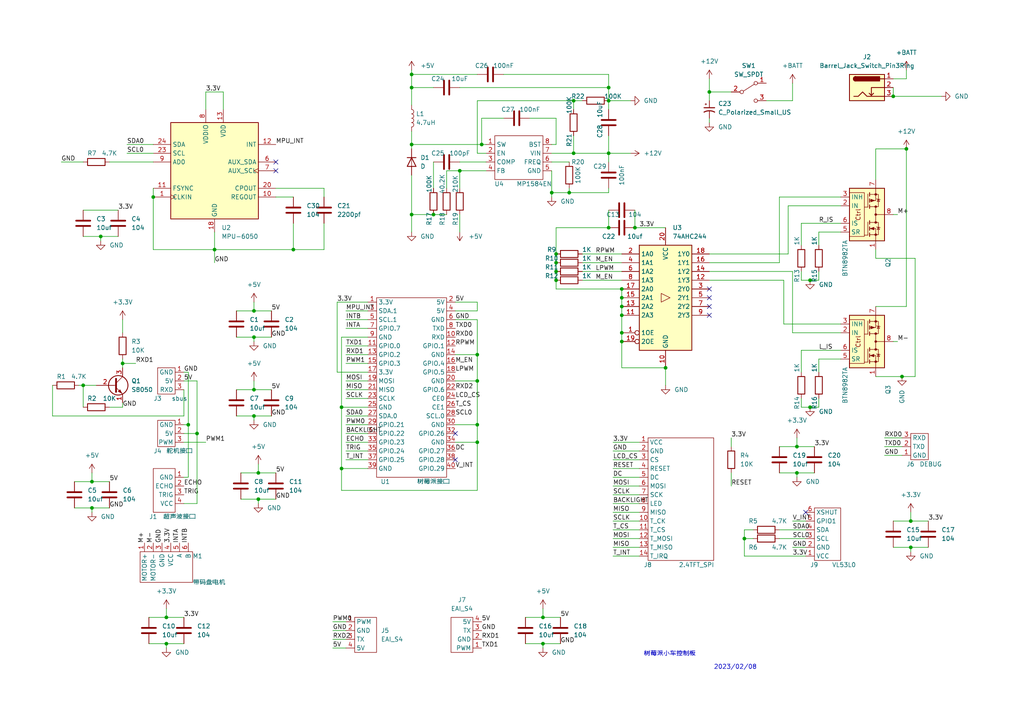
<source format=kicad_sch>
(kicad_sch (version 20211123) (generator eeschema)
  (paper "A4")
  (junction (at 119.38 62.23))
  (junction (at 234.95 118.11))
  (junction (at 85.09 72.39))
  (junction (at 161.29 76.2))
  (junction (at 176.53 44.45))
  (junction (at 26.67 147.32))
  (junction (at 264.16 151.13))
  (junction (at 166.37 29.21))
  (junction (at 133.35 49.53))
  (junction (at 73.66 90.17))
  (junction (at 205.74 26.67))
  (junction (at 180.34 88.9))
  (junction (at 180.34 91.44))
  (junction (at 231.14 137.16))
  (junction (at 119.38 21.59))
  (junction (at 161.29 73.66))
  (junction (at 99.06 118.11))
  (junction (at 73.66 113.03))
  (junction (at 180.34 96.52))
  (junction (at 261.62 109.22))
  (junction (at 180.34 86.36))
  (junction (at 29.21 68.58))
  (junction (at 193.04 106.68))
  (junction (at 176.53 66.04))
  (junction (at 180.34 99.06))
  (junction (at 74.93 137.16))
  (junction (at 48.26 179.07))
  (junction (at 74.93 144.78))
  (junction (at 166.37 44.45))
  (junction (at 157.48 186.69))
  (junction (at 180.34 83.82))
  (junction (at 157.48 179.07))
  (junction (at 165.1 55.88))
  (junction (at 139.7 41.91))
  (junction (at 184.15 66.04))
  (junction (at 73.66 97.79))
  (junction (at 73.66 120.65))
  (junction (at 99.06 135.89))
  (junction (at 35.56 105.41))
  (junction (at 160.02 55.88))
  (junction (at 24.13 111.76))
  (junction (at 215.9 156.21))
  (junction (at 234.95 81.28))
  (junction (at 119.38 41.91))
  (junction (at 259.08 27.94))
  (junction (at 125.73 62.23))
  (junction (at 119.38 25.4))
  (junction (at 138.43 110.49))
  (junction (at 44.45 57.15))
  (junction (at 138.43 123.19))
  (junction (at 48.26 186.69))
  (junction (at 264.16 158.75))
  (junction (at 262.89 43.18))
  (junction (at 138.43 128.27))
  (junction (at 62.23 72.39))
  (junction (at 231.14 129.54))
  (junction (at 57.15 125.73))
  (junction (at 161.29 78.74))
  (junction (at 176.53 25.4))
  (junction (at 161.29 81.28))
  (junction (at 54.61 123.19))
  (junction (at 138.43 102.87))
  (junction (at 176.53 29.21))
  (junction (at 26.67 139.7))
  (no_connect (at 205.74 91.44))
  (no_connect (at 132.08 133.35))
  (no_connect (at 80.01 46.99))
  (no_connect (at 233.68 148.59))
  (no_connect (at 80.01 49.53))
  (no_connect (at 205.74 88.9))
  (no_connect (at 205.74 86.36))
  (no_connect (at 132.08 125.73))
  (no_connect (at 205.74 83.82))
  (wire (pts (xy 231.14 127) (xy 231.14 129.54)))
  (wire (pts (xy 26.67 139.7) (xy 31.75 139.7)))
  (wire (pts (xy 160.02 57.15) (xy 160.02 55.88)))
  (wire (pts (xy 21.59 139.7) (xy 26.67 139.7)))
  (wire (pts (xy 57.15 146.05) (xy 57.15 125.73)))
  (wire (pts (xy 180.34 83.82) (xy 161.29 83.82)))
  (wire (pts (xy 44.45 72.39) (xy 62.23 72.39)))
  (wire (pts (xy 259.08 158.75) (xy 264.16 158.75)))
  (wire (pts (xy 119.38 41.91) (xy 139.7 41.91)))
  (wire (pts (xy 160.02 55.88) (xy 160.02 49.53)))
  (wire (pts (xy 234.95 81.28) (xy 237.49 81.28)))
  (wire (pts (xy 133.35 46.99) (xy 140.97 46.99)))
  (wire (pts (xy 68.58 113.03) (xy 73.66 113.03)))
  (wire (pts (xy 138.43 110.49) (xy 138.43 123.19)))
  (wire (pts (xy 166.37 29.21) (xy 168.91 29.21)))
  (wire (pts (xy 176.53 31.75) (xy 176.53 29.21)))
  (wire (pts (xy 93.98 64.77) (xy 93.98 72.39)))
  (wire (pts (xy 176.53 25.4) (xy 176.53 29.21)))
  (wire (pts (xy 177.8 140.97) (xy 185.42 140.97)))
  (wire (pts (xy 80.01 57.15) (xy 85.09 57.15)))
  (wire (pts (xy 161.29 78.74) (xy 161.29 81.28)))
  (wire (pts (xy 256.54 129.54) (xy 261.62 129.54)))
  (wire (pts (xy 53.34 110.49) (xy 57.15 110.49)))
  (wire (pts (xy 205.74 73.66) (xy 228.6 73.66)))
  (wire (pts (xy 31.75 46.99) (xy 44.45 46.99)))
  (wire (pts (xy 31.75 118.11) (xy 35.56 118.11)))
  (wire (pts (xy 176.53 54.61) (xy 176.53 55.88)))
  (wire (pts (xy 232.41 101.6) (xy 232.41 107.95)))
  (wire (pts (xy 234.95 118.11) (xy 237.49 118.11)))
  (wire (pts (xy 177.8 138.43) (xy 185.42 138.43)))
  (wire (pts (xy 17.78 46.99) (xy 24.13 46.99)))
  (wire (pts (xy 138.43 142.24) (xy 138.43 128.27)))
  (wire (pts (xy 74.93 144.78) (xy 80.01 144.78)))
  (wire (pts (xy 215.9 156.21) (xy 218.44 156.21)))
  (wire (pts (xy 96.52 180.34) (xy 100.33 180.34)))
  (wire (pts (xy 226.06 153.67) (xy 233.68 153.67)))
  (wire (pts (xy 138.43 29.21) (xy 138.43 44.45)))
  (wire (pts (xy 59.69 26.67) (xy 64.77 26.67)))
  (wire (pts (xy 54.61 123.19) (xy 54.61 107.95)))
  (wire (pts (xy 222.25 29.21) (xy 229.87 29.21)))
  (wire (pts (xy 226.06 57.15) (xy 226.06 76.2)))
  (wire (pts (xy 68.58 90.17) (xy 73.66 90.17)))
  (wire (pts (xy 69.85 144.78) (xy 74.93 144.78)))
  (wire (pts (xy 68.58 97.79) (xy 73.66 97.79)))
  (wire (pts (xy 73.66 121.92) (xy 73.66 120.65)))
  (wire (pts (xy 24.13 111.76) (xy 27.94 111.76)))
  (wire (pts (xy 99.06 118.11) (xy 99.06 97.79)))
  (wire (pts (xy 262.89 88.9) (xy 254 88.9)))
  (wire (pts (xy 176.53 46.99) (xy 176.53 44.45)))
  (wire (pts (xy 100.33 105.41) (xy 106.68 105.41)))
  (wire (pts (xy 85.09 64.77) (xy 85.09 72.39)))
  (wire (pts (xy 157.48 179.07) (xy 162.56 179.07)))
  (wire (pts (xy 232.41 101.6) (xy 243.84 101.6)))
  (wire (pts (xy 177.8 133.35) (xy 185.42 133.35)))
  (wire (pts (xy 57.15 125.73) (xy 57.15 110.49)))
  (wire (pts (xy 43.18 179.07) (xy 48.26 179.07)))
  (wire (pts (xy 231.14 129.54) (xy 236.22 129.54)))
  (wire (pts (xy 243.84 96.52) (xy 229.87 96.52)))
  (wire (pts (xy 184.15 60.96) (xy 184.15 66.04)))
  (wire (pts (xy 119.38 67.31) (xy 119.38 62.23)))
  (wire (pts (xy 152.4 179.07) (xy 157.48 179.07)))
  (wire (pts (xy 100.33 113.03) (xy 106.68 113.03)))
  (wire (pts (xy 100.33 100.33) (xy 106.68 100.33)))
  (wire (pts (xy 100.33 102.87) (xy 106.68 102.87)))
  (wire (pts (xy 26.67 137.16) (xy 26.67 139.7)))
  (wire (pts (xy 140.97 49.53) (xy 133.35 49.53)))
  (wire (pts (xy 229.87 151.13) (xy 233.68 151.13)))
  (wire (pts (xy 24.13 68.58) (xy 29.21 68.58)))
  (wire (pts (xy 24.13 111.76) (xy 24.13 118.11)))
  (wire (pts (xy 227.33 93.98) (xy 227.33 81.28)))
  (wire (pts (xy 100.33 95.25) (xy 106.68 95.25)))
  (wire (pts (xy 259.08 151.13) (xy 264.16 151.13)))
  (wire (pts (xy 205.74 22.86) (xy 205.74 26.67)))
  (wire (pts (xy 177.8 128.27) (xy 185.42 128.27)))
  (wire (pts (xy 226.06 137.16) (xy 231.14 137.16)))
  (wire (pts (xy 254 43.18) (xy 262.89 43.18)))
  (wire (pts (xy 96.52 182.88) (xy 100.33 182.88)))
  (wire (pts (xy 36.83 44.45) (xy 44.45 44.45)))
  (wire (pts (xy 35.56 92.71) (xy 35.56 96.52)))
  (wire (pts (xy 62.23 67.31) (xy 62.23 72.39)))
  (wire (pts (xy 44.45 57.15) (xy 44.45 72.39)))
  (wire (pts (xy 140.97 44.45) (xy 138.43 44.45)))
  (wire (pts (xy 160.02 46.99) (xy 165.1 46.99)))
  (wire (pts (xy 100.33 128.27) (xy 106.68 128.27)))
  (wire (pts (xy 59.69 128.27) (xy 53.34 128.27)))
  (wire (pts (xy 176.53 29.21) (xy 182.88 29.21)))
  (wire (pts (xy 29.21 68.58) (xy 34.29 68.58)))
  (wire (pts (xy 69.85 137.16) (xy 74.93 137.16)))
  (wire (pts (xy 53.34 123.19) (xy 54.61 123.19)))
  (wire (pts (xy 218.44 153.67) (xy 215.9 153.67)))
  (wire (pts (xy 139.7 41.91) (xy 140.97 41.91)))
  (wire (pts (xy 232.41 118.11) (xy 234.95 118.11)))
  (wire (pts (xy 93.98 54.61) (xy 93.98 57.15)))
  (wire (pts (xy 176.53 55.88) (xy 165.1 55.88)))
  (wire (pts (xy 166.37 44.45) (xy 176.53 44.45)))
  (wire (pts (xy 35.56 104.14) (xy 35.56 105.41)))
  (wire (pts (xy 54.61 123.19) (xy 54.61 138.43)))
  (wire (pts (xy 177.8 153.67) (xy 185.42 153.67)))
  (wire (pts (xy 265.43 109.22) (xy 261.62 109.22)))
  (wire (pts (xy 119.38 50.8) (xy 119.38 62.23)))
  (wire (pts (xy 68.58 120.65) (xy 73.66 120.65)))
  (wire (pts (xy 74.93 146.05) (xy 74.93 144.78)))
  (wire (pts (xy 254 52.07) (xy 254 43.18)))
  (wire (pts (xy 243.84 57.15) (xy 226.06 57.15)))
  (wire (pts (xy 229.87 78.74) (xy 205.74 78.74)))
  (wire (pts (xy 193.04 106.68) (xy 180.34 106.68)))
  (wire (pts (xy 99.06 135.89) (xy 99.06 118.11)))
  (wire (pts (xy 138.43 102.87) (xy 138.43 110.49)))
  (wire (pts (xy 53.34 113.03) (xy 53.34 120.65)))
  (wire (pts (xy 231.14 138.43) (xy 231.14 137.16)))
  (wire (pts (xy 29.21 69.85) (xy 29.21 68.58)))
  (wire (pts (xy 35.56 116.84) (xy 35.56 118.11)))
  (wire (pts (xy 96.52 185.42) (xy 100.33 185.42)))
  (wire (pts (xy 176.53 21.59) (xy 176.53 25.4)))
  (wire (pts (xy 132.08 102.87) (xy 138.43 102.87)))
  (wire (pts (xy 129.54 49.53) (xy 129.54 54.61)))
  (wire (pts (xy 215.9 161.29) (xy 233.68 161.29)))
  (wire (pts (xy 133.35 49.53) (xy 133.35 54.61)))
  (wire (pts (xy 62.23 76.2) (xy 62.23 72.39)))
  (wire (pts (xy 264.16 158.75) (xy 269.24 158.75)))
  (wire (pts (xy 229.87 158.75) (xy 233.68 158.75)))
  (wire (pts (xy 99.06 135.89) (xy 99.06 142.24)))
  (wire (pts (xy 26.67 148.59) (xy 26.67 147.32)))
  (wire (pts (xy 262.89 20.32) (xy 262.89 22.86)))
  (wire (pts (xy 48.26 179.07) (xy 53.34 179.07)))
  (wire (pts (xy 229.87 29.21) (xy 229.87 24.13)))
  (wire (pts (xy 265.43 74.93) (xy 265.43 109.22)))
  (wire (pts (xy 138.43 123.19) (xy 138.43 128.27)))
  (wire (pts (xy 132.08 110.49) (xy 138.43 110.49)))
  (wire (pts (xy 129.54 62.23) (xy 125.73 62.23)))
  (wire (pts (xy 243.84 64.77) (xy 232.41 64.77)))
  (wire (pts (xy 243.84 67.31) (xy 237.49 67.31)))
  (wire (pts (xy 73.66 99.06) (xy 73.66 97.79)))
  (wire (pts (xy 177.8 161.29) (xy 185.42 161.29)))
  (wire (pts (xy 261.62 109.22) (xy 254 109.22)))
  (wire (pts (xy 53.34 138.43) (xy 54.61 138.43)))
  (wire (pts (xy 176.53 66.04) (xy 161.29 66.04)))
  (wire (pts (xy 85.09 72.39) (xy 93.98 72.39)))
  (wire (pts (xy 152.4 186.69) (xy 157.48 186.69)))
  (wire (pts (xy 119.38 62.23) (xy 125.73 62.23)))
  (wire (pts (xy 53.34 107.95) (xy 54.61 107.95)))
  (wire (pts (xy 176.53 60.96) (xy 176.53 66.04)))
  (wire (pts (xy 215.9 161.29) (xy 215.9 156.21)))
  (wire (pts (xy 43.18 186.69) (xy 48.26 186.69)))
  (wire (pts (xy 254 74.93) (xy 265.43 74.93)))
  (wire (pts (xy 48.26 186.69) (xy 53.34 186.69)))
  (wire (pts (xy 180.34 96.52) (xy 180.34 99.06)))
  (wire (pts (xy 168.91 81.28) (xy 180.34 81.28)))
  (wire (pts (xy 180.34 83.82) (xy 180.34 86.36)))
  (wire (pts (xy 100.33 120.65) (xy 106.68 120.65)))
  (wire (pts (xy 232.41 115.57) (xy 232.41 118.11)))
  (wire (pts (xy 205.74 26.67) (xy 212.09 26.67)))
  (wire (pts (xy 48.26 176.53) (xy 48.26 179.07)))
  (wire (pts (xy 161.29 34.29) (xy 161.29 41.91)))
  (wire (pts (xy 212.09 140.97) (xy 212.09 137.16)))
  (wire (pts (xy 205.74 35.56) (xy 205.74 34.29)))
  (wire (pts (xy 256.54 132.08) (xy 261.62 132.08)))
  (wire (pts (xy 80.01 54.61) (xy 93.98 54.61)))
  (wire (pts (xy 53.34 125.73) (xy 57.15 125.73)))
  (wire (pts (xy 15.24 120.65) (xy 53.34 120.65)))
  (wire (pts (xy 205.74 29.21) (xy 205.74 26.67)))
  (wire (pts (xy 259.08 62.23) (xy 260.35 62.23)))
  (wire (pts (xy 157.48 176.53) (xy 157.48 179.07)))
  (wire (pts (xy 237.49 118.11) (xy 237.49 115.57)))
  (wire (pts (xy 100.33 115.57) (xy 106.68 115.57)))
  (wire (pts (xy 138.43 92.71) (xy 138.43 102.87)))
  (wire (pts (xy 100.33 123.19) (xy 106.68 123.19)))
  (wire (pts (xy 212.09 127) (xy 212.09 129.54)))
  (wire (pts (xy 180.34 106.68) (xy 180.34 99.06)))
  (wire (pts (xy 243.84 59.69) (xy 228.6 59.69)))
  (wire (pts (xy 259.08 25.4) (xy 259.08 27.94)))
  (wire (pts (xy 106.68 97.79) (xy 99.06 97.79)))
  (wire (pts (xy 106.68 133.35) (xy 100.33 133.35)))
  (wire (pts (xy 138.43 29.21) (xy 166.37 29.21)))
  (wire (pts (xy 99.06 118.11) (xy 106.68 118.11)))
  (wire (pts (xy 226.06 129.54) (xy 231.14 129.54)))
  (wire (pts (xy 119.38 41.91) (xy 119.38 43.18)))
  (wire (pts (xy 177.8 146.05) (xy 185.42 146.05)))
  (wire (pts (xy 138.43 128.27) (xy 132.08 128.27)))
  (wire (pts (xy 180.34 91.44) (xy 180.34 96.52)))
  (wire (pts (xy 100.33 92.71) (xy 106.68 92.71)))
  (wire (pts (xy 177.8 151.13) (xy 185.42 151.13)))
  (wire (pts (xy 168.91 76.2) (xy 180.34 76.2)))
  (wire (pts (xy 119.38 25.4) (xy 125.73 25.4)))
  (wire (pts (xy 176.53 39.37) (xy 176.53 44.45)))
  (wire (pts (xy 100.33 90.17) (xy 106.68 90.17)))
  (wire (pts (xy 157.48 187.96) (xy 157.48 186.69)))
  (wire (pts (xy 133.35 49.53) (xy 129.54 49.53)))
  (wire (pts (xy 243.84 93.98) (xy 227.33 93.98)))
  (wire (pts (xy 44.45 54.61) (xy 44.45 57.15)))
  (wire (pts (xy 132.08 90.17) (xy 138.43 90.17)))
  (wire (pts (xy 53.34 146.05) (xy 57.15 146.05)))
  (wire (pts (xy 73.66 113.03) (xy 78.74 113.03)))
  (wire (pts (xy 100.33 110.49) (xy 106.68 110.49)))
  (wire (pts (xy 73.66 90.17) (xy 78.74 90.17)))
  (wire (pts (xy 139.7 34.29) (xy 139.7 41.91)))
  (wire (pts (xy 177.8 135.89) (xy 185.42 135.89)))
  (wire (pts (xy 166.37 31.75) (xy 166.37 29.21)))
  (wire (pts (xy 133.35 25.4) (xy 176.53 25.4)))
  (wire (pts (xy 59.69 26.67) (xy 59.69 31.75)))
  (wire (pts (xy 73.66 120.65) (xy 78.74 120.65)))
  (wire (pts (xy 254 72.39) (xy 254 74.93)))
  (wire (pts (xy 160.02 44.45) (xy 166.37 44.45)))
  (wire (pts (xy 146.05 34.29) (xy 139.7 34.29)))
  (wire (pts (xy 64.77 26.67) (xy 64.77 31.75)))
  (wire (pts (xy 161.29 83.82) (xy 161.29 81.28)))
  (wire (pts (xy 226.06 76.2) (xy 205.74 76.2)))
  (wire (pts (xy 264.16 151.13) (xy 269.24 151.13)))
  (wire (pts (xy 165.1 55.88) (xy 160.02 55.88)))
  (wire (pts (xy 62.23 72.39) (xy 85.09 72.39)))
  (wire (pts (xy 73.66 110.49) (xy 73.66 113.03)))
  (wire (pts (xy 35.56 105.41) (xy 35.56 106.68)))
  (wire (pts (xy 161.29 66.04) (xy 161.29 73.66)))
  (wire (pts (xy 260.35 99.06) (xy 259.08 99.06)))
  (wire (pts (xy 73.66 97.79) (xy 78.74 97.79)))
  (wire (pts (xy 193.04 111.76) (xy 193.04 106.68)))
  (wire (pts (xy 232.41 81.28) (xy 234.95 81.28)))
  (wire (pts (xy 119.38 21.59) (xy 138.43 21.59)))
  (wire (pts (xy 119.38 25.4) (xy 119.38 30.48)))
  (wire (pts (xy 153.67 34.29) (xy 161.29 34.29)))
  (wire (pts (xy 177.8 143.51) (xy 185.42 143.51)))
  (wire (pts (xy 97.79 107.95) (xy 97.79 87.63)))
  (wire (pts (xy 106.68 130.81) (xy 100.33 130.81)))
  (wire (pts (xy 74.93 137.16) (xy 80.01 137.16)))
  (wire (pts (xy 165.1 54.61) (xy 165.1 55.88)))
  (wire (pts (xy 184.15 66.04) (xy 193.04 66.04)))
  (wire (pts (xy 133.35 62.23) (xy 133.35 67.31)))
  (wire (pts (xy 138.43 87.63) (xy 132.08 87.63)))
  (wire (pts (xy 215.9 153.67) (xy 215.9 156.21)))
  (wire (pts (xy 161.29 76.2) (xy 161.29 78.74)))
  (wire (pts (xy 21.59 147.32) (xy 26.67 147.32)))
  (wire (pts (xy 146.05 21.59) (xy 176.53 21.59)))
  (wire (pts (xy 168.91 73.66) (xy 180.34 73.66)))
  (wire (pts (xy 227.33 81.28) (xy 205.74 81.28)))
  (wire (pts (xy 177.8 156.21) (xy 185.42 156.21)))
  (wire (pts (xy 237.49 81.28) (xy 237.49 78.74)))
  (wire (pts (xy 166.37 44.45) (xy 166.37 39.37)))
  (wire (pts (xy 100.33 125.73) (xy 106.68 125.73)))
  (wire (pts (xy 132.08 92.71) (xy 138.43 92.71)))
  (wire (pts (xy 226.06 156.21) (xy 233.68 156.21)))
  (wire (pts (xy 26.67 147.32) (xy 31.75 147.32)))
  (wire (pts (xy 119.38 21.59) (xy 119.38 25.4)))
  (wire (pts (xy 168.91 78.74) (xy 180.34 78.74)))
  (wire (pts (xy 99.06 135.89) (xy 106.68 135.89)))
  (wire (pts (xy 232.41 78.74) (xy 232.41 81.28)))
  (wire (pts (xy 228.6 59.69) (xy 228.6 73.66)))
  (wire (pts (xy 237.49 104.14) (xy 237.49 107.95)))
  (wire (pts (xy 15.24 120.65) (xy 15.24 111.76)))
  (wire (pts (xy 35.56 105.41) (xy 39.37 105.41)))
  (wire (pts (xy 99.06 142.24) (xy 138.43 142.24)))
  (wire (pts (xy 264.16 160.02) (xy 264.16 158.75)))
  (wire (pts (xy 259.08 22.86) (xy 262.89 22.86)))
  (wire (pts (xy 264.16 148.59) (xy 264.16 151.13)))
  (wire (pts (xy 36.83 41.91) (xy 44.45 41.91)))
  (wire (pts (xy 256.54 127) (xy 261.62 127)))
  (wire (pts (xy 237.49 67.31) (xy 237.49 71.12)))
  (wire (pts (xy 96.52 187.96) (xy 100.33 187.96)))
  (wire (pts (xy 157.48 186.69) (xy 162.56 186.69)))
  (wire (pts (xy 119.38 20.32) (xy 119.38 21.59)))
  (wire (pts (xy 177.8 158.75) (xy 185.42 158.75)))
  (wire (pts (xy 74.93 134.62) (xy 74.93 137.16)))
  (wire (pts (xy 180.34 88.9) (xy 180.34 91.44)))
  (wire (pts (xy 237.49 104.14) (xy 243.84 104.14)))
  (wire (pts (xy 119.38 38.1) (xy 119.38 41.91)))
  (wire (pts (xy 231.14 137.16) (xy 236.22 137.16)))
  (wire (pts (xy 125.73 46.99) (xy 125.73 54.61)))
  (wire (pts (xy 229.87 96.52) (xy 229.87 78.74)))
  (wire (pts (xy 97.79 87.63) (xy 106.68 87.63)))
  (wire (pts (xy 180.34 86.36) (xy 180.34 88.9)))
  (wire (pts (xy 262.89 43.18) (xy 262.89 88.9)))
  (wire (pts (xy 22.86 111.76) (xy 24.13 111.76)))
  (wire (pts (xy 232.41 64.77) (xy 232.41 71.12)))
  (wire (pts (xy 161.29 73.66) (xy 161.29 76.2)))
  (wire (pts (xy 106.68 107.95) (xy 97.79 107.95)))
  (wire (pts (xy 24.13 60.96) (xy 34.29 60.96)))
  (wire (pts (xy 48.26 187.96) (xy 48.26 186.69)))
  (wire (pts (xy 177.8 130.81) (xy 185.42 130.81)))
  (wire (pts (xy 177.8 148.59) (xy 185.42 148.59)))
  (wire (pts (xy 182.88 44.45) (xy 176.53 44.45)))
  (wire (pts (xy 273.05 27.94) (xy 259.08 27.94)))
  (wire (pts (xy 161.29 41.91) (xy 160.02 41.91)))
  (wire (pts (xy 73.66 87.63) (xy 73.66 90.17)))
  (wire (pts (xy 132.08 123.19) (xy 138.43 123.19)))
  (wire (pts (xy 138.43 90.17) (xy 138.43 87.63)))
  (text "2023/02/08" (at 207.01 194.31 0) (effects (font (size 1.27 1.27)) (justify left bottom)))
  (text "树莓派小车控制板" (at 186.69 190.5 0) (effects (font (size 1.27 1.27)) (justify left bottom)))
  (label "LPWM" (at 132.08 107.95 0))
  (label "T_CS" (at 132.08 118.11 0))
  (label "5V" (at 96.52 187.96 0))
  (label "INTB" (at 54.61 157.48 90))
  (label "M+" (at 41.91 157.48 90))
  (label "GND" (at 62.23 76.2 0))
  (label "GND" (at 17.78 46.99 0))
  (label "GND" (at 162.56 186.69 0))
  (label "DC" (at 177.8 138.43 0))
  (label "SDA0" (at 229.87 153.67 0))
  (label "SCL0" (at 229.87 156.21 0))
  (label "RXD2" (at 96.52 185.42 0))
  (label "M_EN" (at 172.72 76.2 0))
  (label "T_INT" (at 100.33 133.35 0))
  (label "SCL0" (at 36.83 44.45 0))
  (label "TXD0" (at 132.08 95.25 0))
  (label "GND" (at 78.74 97.79 0))
  (label "RPWM" (at 172.72 73.66 0))
  (label "SCLK" (at 177.8 143.51 0))
  (label "GND" (at 78.74 120.65 0))
  (label "INTB" (at 100.33 92.71 0))
  (label "V_INT" (at 132.08 135.89 0))
  (label "GND" (at 229.87 158.75 0))
  (label "MISO" (at 177.8 148.59 0))
  (label "RESET" (at 212.09 140.97 0))
  (label "R_IS" (at 237.49 64.77 0))
  (label "TXD1" (at 100.33 100.33 0))
  (label "3.3V" (at 236.22 129.54 0))
  (label "ECHO" (at 53.34 140.97 0))
  (label "SDA0" (at 36.83 41.91 0))
  (label "RXD1" (at 39.37 105.41 0))
  (label "V_INT" (at 229.87 151.13 0))
  (label "GND" (at 177.8 130.81 0))
  (label "3.3V" (at 97.79 87.63 0))
  (label "M-" (at 44.45 157.48 90))
  (label "5V" (at 80.01 137.16 0))
  (label "T_INT" (at 177.8 161.29 0))
  (label "DC" (at 132.08 130.81 0))
  (label "BACKLIGHT" (at 177.8 146.05 0))
  (label "3.3V" (at 177.8 128.27 0))
  (label "3.3V" (at 34.29 60.96 0))
  (label "5V" (at 132.08 87.63 0))
  (label "M+" (at 260.35 62.23 0))
  (label "5V" (at 162.56 179.07 0))
  (label "T_CS" (at 177.8 153.67 0))
  (label "GND" (at 132.08 92.71 0))
  (label "5V" (at 31.75 139.7 0))
  (label "5V" (at 78.74 113.03 0))
  (label "RXD2" (at 132.08 113.03 0))
  (label "3.3V" (at 53.34 179.07 0))
  (label "SCLK" (at 100.33 115.57 0))
  (label "RXD0" (at 256.54 127 0))
  (label "TXD1" (at 139.7 187.96 0))
  (label "GND" (at 80.01 144.78 0))
  (label "3.3V" (at 49.53 157.48 90))
  (label "TXD0" (at 256.54 129.54 0))
  (label "RXD1" (at 139.7 185.42 0))
  (label "INTA" (at 100.33 95.25 0))
  (label "GND" (at 256.54 132.08 0))
  (label "MOSI" (at 100.33 110.49 0))
  (label "PWM1" (at 59.69 128.27 0))
  (label "TRIG" (at 53.34 143.51 0))
  (label "3.3V" (at 59.69 26.67 0))
  (label "GND" (at 46.99 157.48 90))
  (label "MPU_INT" (at 100.33 90.17 0))
  (label "5V" (at 139.7 180.34 0))
  (label "3.3V" (at 229.87 161.29 0))
  (label "LPWM" (at 172.72 78.74 0))
  (label "M_EN" (at 132.08 105.41 0))
  (label "RESET" (at 177.8 135.89 0))
  (label "GND" (at 31.75 147.32 0))
  (label "SCL0" (at 132.08 120.65 0))
  (label "5V" (at 78.74 90.17 0))
  (label "LCD_CS" (at 132.08 115.57 0))
  (label "3.3V" (at 269.24 151.13 0))
  (label "TRIG" (at 100.33 130.81 0))
  (label "MOSI" (at 177.8 140.97 0))
  (label "3.3V" (at 185.42 66.04 0))
  (label "PWM0" (at 96.52 180.34 0))
  (label "SCLK" (at 177.8 151.13 0))
  (label "LCD_CS" (at 177.8 133.35 0))
  (label "BACKLIGHT" (at 100.33 125.73 0))
  (label "GND" (at 139.7 182.88 0))
  (label "ECHO" (at 100.33 128.27 0))
  (label "RXD1" (at 100.33 102.87 0))
  (label "GND" (at 96.52 182.88 0))
  (label "MPU_INT" (at 80.01 41.91 0))
  (label "SDA0" (at 100.33 120.65 0))
  (label "RPWM" (at 132.08 100.33 0))
  (label "M-" (at 260.35 99.06 0))
  (label "PWM0" (at 100.33 123.19 0))
  (label "GND" (at 53.34 107.95 0))
  (label "INTA" (at 52.07 157.48 90))
  (label "M_EN" (at 172.72 81.28 0))
  (label "RXD0" (at 132.08 97.79 0))
  (label "MOSI" (at 177.8 156.21 0))
  (label "L_IS" (at 237.49 101.6 0))
  (label "MISO" (at 100.33 113.03 0))
  (label "PWM1" (at 100.33 105.41 0))
  (label "3.3V" (at 212.09 127 0))
  (label "5V" (at 53.34 110.49 0))
  (label "GND" (at 35.56 118.11 0))
  (label "MISO" (at 177.8 158.75 0))
  (symbol (lib_id "Switch:SW_SPDT") (at 217.17 26.67 0) (unit 1)
    (property "Reference" "SW1" (at 217.17 19.05 0))
    (property "Value" "SW_SPDT" (at 217.17 21.59 0))
    (property "Footprint" "TerminalBlock_RND:TerminalBlock_RND_205-00288_1x03_P5.08mm_Horizontal" (effects hide))
  )
  (symbol (lib_id "Device:R") (at 237.49 74.93 180) (unit 1)
    (property "Reference" "R15" (at 236.22 80.01 90))
    (property "Value" "1K" (at 236.22 69.85 90))
    (property "Footprint" "Resistor_SMD:R_0402_1005Metric" (effects hide))
  )
  (symbol (lib_id "Device:C") (at 43.18 182.88 0) (unit 1)
    (property "Reference" "C10" (at 46.99 181.6099 0) (effects (justify left)))
    (property "Value" "10uf" (at 46.99 184.1499 0) (effects (justify left)))
    (property "Footprint" "Capacitor_SMD:C_0805_2012Metric" (effects hide))
  )
  (symbol (lib_id "Device:R") (at 232.41 111.76 180) (unit 1)
    (property "Reference" "R14" (at 231.14 116.84 90))
    (property "Value" "1K" (at 231.14 106.68 90))
    (property "Footprint" "Resistor_SMD:R_0402_1005Metric" (effects hide))
  )
  (symbol (lib_id "大魔王:EAI_S4") (at 130.81 189.23 0) (unit 1)
    (property "Reference" "J7" (at 133.985 173.99 0))
    (property "Value" "EAI_S4" (at 133.985 176.53 0))
    (property "Footprint" "Connector_PinSocket_1.27mm:PinSocket_1x04_P1.27mm_Vertical" (effects hide))
  )
  (symbol (lib_id "74xx:74AHC244") (at 193.04 86.36 0) (unit 1)
    (property "Reference" "U3" (at 195.0594 66.04 0) (effects (justify left)))
    (property "Value" "74AHC244" (at 195.0594 68.58 0) (effects (justify left)))
    (property "Footprint" "大魔王的封装:74AHC244" (effects hide))
    (property "Datasheet" "https://assets.nexperia.com/documents/data-sheet/74AHC_AHCT244.pdf" (effects hide))
  )
  (symbol (lib_id "Device:C") (at 269.24 154.94 0) (unit 1)
    (property "Reference" "C17" (at 273.05 153.6699 0) (effects (justify left)))
    (property "Value" "104" (at 273.05 156.2099 0) (effects (justify left)))
    (property "Footprint" "Capacitor_SMD:C_0402_1005Metric" (effects hide))
  )
  (symbol (lib_id "Device:C_Polarized_Small_US") (at 205.74 31.75 0) (unit 1)
    (property "Reference" "C23" (at 208.28 30.0481 0) (effects (justify left)))
    (property "Value" "C_Polarized_Small_US" (at 208.28 32.5881 0) (effects (justify left)))
    (property "Footprint" "Capacitor_THT:CP_Radial_D5.0mm_P2.50mm" (effects hide))
  )
  (symbol (lib_id "Device:R") (at 222.25 156.21 90) (unit 1)
    (property "Reference" "R6" (at 218.44 158.75 90))
    (property "Value" "4.7K" (at 226.06 158.75 90))
    (property "Footprint" "Resistor_SMD:R_0402_1005Metric" (effects hide))
  )
  (symbol (lib_id "Device:R") (at 125.73 58.42 180) (unit 1)
    (property "Reference" "R17" (at 124.46 63.5 90))
    (property "Value" "100K" (at 124.46 53.34 90))
    (property "Footprint" "Resistor_SMD:R_0402_1005Metric" (effects hide))
  )
  (symbol (lib_id "Device:R") (at 165.1 73.66 90) (unit 1)
    (property "Reference" "R9" (at 160.02 72.39 90))
    (property "Value" "1K" (at 170.18 72.39 90))
    (property "Footprint" "Resistor_SMD:R_0402_1005Metric" (effects hide))
  )
  (symbol (lib_id "power:GND") (at 234.95 118.11 0) (unit 1)
    (property "Reference" "#PWR022" (effects hide))
    (property "Value" "GND" (at 237.49 119.3799 0) (effects (justify left)))
  )
  (symbol (lib_id "大魔王:超声波接口") (at 44.45 148.59 0) (unit 1)
    (property "Reference" "J1" (at 44.45 149.86 0))
    (property "Value" "超声波接口" (at 52.07 149.86 0))
    (property "Footprint" "大魔王的封装:HDR1x04_2.54mm" (effects hide))
  )
  (symbol (lib_id "power:+5V") (at 119.38 20.32 0) (unit 1)
    (property "Reference" "#PWR0105" (effects hide))
    (property "Value" "+5V" (at 121.92 19.0499 0) (effects (justify left)))
  )
  (symbol (lib_id "Device:R") (at 232.41 74.93 180) (unit 1)
    (property "Reference" "R13" (at 231.14 80.01 90))
    (property "Value" "1K" (at 231.14 69.85 90))
    (property "Footprint" "Resistor_SMD:R_0402_1005Metric" (effects hide))
  )
  (symbol (lib_id "Device:L") (at 119.38 34.29 0) (unit 1)
    (property "Reference" "L1" (at 120.65 33.0199 0) (effects (justify left)))
    (property "Value" "4.7uH" (at 120.65 35.5599 0) (effects (justify left)))
    (property "Footprint" "Inductor_SMD:L_6.3x6.3_H3" (effects hide))
  )
  (symbol (lib_id "Device:R") (at 19.05 111.76 90) (unit 1)
    (property "Reference" "R1" (at 17.78 109.22 90))
    (property "Value" "4.7K" (at 22.86 109.22 90))
    (property "Footprint" "Resistor_SMD:R_0402_1005Metric" (effects hide))
  )
  (symbol (lib_id "大魔王:2.4TFT_SPI") (at 187.96 162.56 0) (unit 1)
    (property "Reference" "J8" (at 186.69 163.83 0) (effects (justify left)))
    (property "Value" "2.4TFT_SPI" (at 196.85 163.83 0) (effects (justify left)))
    (property "Footprint" "大魔王的封装:2.4_TFT_SPI" (effects hide))
  )
  (symbol (lib_id "Device:C") (at 80.01 140.97 0) (unit 1)
    (property "Reference" "C11" (at 83.82 139.6999 0) (effects (justify left)))
    (property "Value" "104" (at 83.82 142.2399 0) (effects (justify left)))
    (property "Footprint" "Capacitor_SMD:C_0402_1005Metric" (effects hide))
  )
  (symbol (lib_id "大魔王:MP1584EN") (at 143.51 52.07 0) (unit 1)
    (property "Reference" "U4" (at 144.78 53.34 0))
    (property "Value" "MP1584EN" (at 154.94 53.34 0))
    (property "Footprint" "Housings_SOIC:HTSOP-8-1EP_3.9x4.9mm_Pitch1.27mm_LargeCopper" (effects hide))
  )
  (symbol (lib_id "power:+5V") (at 26.67 137.16 0) (unit 1)
    (property "Reference" "#PWR02" (effects hide))
    (property "Value" "+5V" (at 26.67 132.08 0))
  )
  (symbol (lib_id "power:+BATT") (at 229.87 24.13 0) (unit 1)
    (property "Reference" "#PWR027" (effects hide))
    (property "Value" "+BATT" (at 229.87 19.05 0))
  )
  (symbol (lib_id "power:+3.3V") (at 264.16 148.59 0) (unit 1)
    (property "Reference" "#PWR016" (effects hide))
    (property "Value" "+3.3V" (at 264.16 143.51 0))
  )
  (symbol (lib_id "Device:C") (at 149.86 34.29 90) (unit 1)
    (property "Reference" "C27" (at 147.32 31.75 90))
    (property "Value" "100nF" (at 153.67 31.75 90))
    (property "Footprint" "Capacitor_SMD:C_0402_1005Metric" (effects hide))
  )
  (symbol (lib_id "Device:C") (at 85.09 60.96 0) (unit 1)
    (property "Reference" "C30" (at 88.9 59.6899 0) (effects (justify left)))
    (property "Value" "104" (at 88.9 62.2299 0) (effects (justify left)))
    (property "Footprint" "Capacitor_SMD:C_0402_1005Metric" (effects hide))
  )
  (symbol (lib_id "大魔王:VL53L0") (at 243.84 147.32 180) (unit 1)
    (property "Reference" "J9" (at 234.95 163.83 0) (effects (justify right)))
    (property "Value" "VL53L0" (at 241.3 163.83 0) (effects (justify right)))
    (property "Footprint" "大魔王的封装:HDR1x06_2.54mm" (effects hide))
  )
  (symbol (lib_id "power:GND") (at 231.14 138.43 0) (unit 1)
    (property "Reference" "#PWR0110" (effects hide))
    (property "Value" "GND" (at 233.68 139.6999 0) (effects (justify left)))
  )
  (symbol (lib_id "power:GND") (at 273.05 27.94 90) (unit 1)
    (property "Reference" "#PWR024" (effects hide))
    (property "Value" "GND" (at 276.86 27.9399 90) (effects (justify right)))
  )
  (symbol (lib_id "power:GND") (at 29.21 69.85 0) (unit 1)
    (property "Reference" "#PWR0102" (effects hide))
    (property "Value" "GND" (at 31.75 71.1199 0) (effects (justify left)))
  )
  (symbol (lib_id "Device:D") (at 119.38 46.99 270) (unit 1)
    (property "Reference" "D1" (at 121.92 45.7199 90) (effects (justify left)))
    (property "Value" "D" (at 121.92 48.2599 90) (effects (justify left)))
    (property "Footprint" "Diode_SMD:D_MELF" (effects hide))
  )
  (symbol (lib_id "power:GND") (at 264.16 160.02 0) (unit 1)
    (property "Reference" "#PWR0109" (effects hide))
    (property "Value" "GND" (at 266.7 161.2899 0) (effects (justify left)))
  )
  (symbol (lib_id "power:+5V") (at 73.66 87.63 0) (unit 1)
    (property "Reference" "#PWR06" (effects hide))
    (property "Value" "+5V" (at 73.66 82.55 0))
  )
  (symbol (lib_id "power:GND") (at 73.66 121.92 0) (unit 1)
    (property "Reference" "#PWR0111" (effects hide))
    (property "Value" "GND" (at 76.2 123.1899 0) (effects (justify left)))
  )
  (symbol (lib_id "Device:C") (at 180.34 60.96 90) (unit 1)
    (property "Reference" "C13" (at 177.8 62.23 90))
    (property "Value" "104" (at 184.15 62.23 90))
    (property "Footprint" "Capacitor_SMD:C_0402_1005Metric" (effects hide))
  )
  (symbol (lib_id "Device:R") (at 165.1 76.2 90) (unit 1)
    (property "Reference" "R10" (at 160.02 74.93 90))
    (property "Value" "1K" (at 170.18 74.93 90))
    (property "Footprint" "Resistor_SMD:R_0402_1005Metric" (effects hide))
  )
  (symbol (lib_id "power:+5V") (at 157.48 176.53 0) (unit 1)
    (property "Reference" "#PWR03" (effects hide))
    (property "Value" "+5V" (at 157.48 171.45 0))
  )
  (symbol (lib_id "power:GND") (at 119.38 67.31 0) (unit 1)
    (property "Reference" "#PWR0104" (effects hide))
    (property "Value" "GND" (at 121.92 68.5799 0) (effects (justify left)))
  )
  (symbol (lib_id "Device:R") (at 212.09 133.35 180) (unit 1)
    (property "Reference" "R4" (at 214.63 132.0799 0) (effects (justify right)))
    (property "Value" "10K" (at 214.63 134.6199 0) (effects (justify right)))
    (property "Footprint" "Resistor_SMD:R_0402_1005Metric" (effects hide))
  )
  (symbol (lib_id "Device:C") (at 142.24 21.59 90) (unit 1)
    (property "Reference" "C26" (at 139.7 19.05 90))
    (property "Value" "100nF" (at 146.05 19.05 90))
    (property "Footprint" "Capacitor_SMD:C_0402_1005Metric" (effects hide))
  )
  (symbol (lib_id "Power_Management:BTN8982TA") (at 251.46 99.06 0) (unit 1)
    (property "Reference" "Q3" (at 257.5814 113.03 90))
    (property "Value" "BTN8982TA" (at 245.11 111.76 90))
    (property "Footprint" "Package_TO_SOT_SMD:TO-263-7_TabPin8" (effects hide))
    (property "Datasheet" "https://www.infineon.com/dgdl/Infineon-BTN8982TA-DS-v01_00-EN.pdf?fileId=db3a30433fa9412f013fbe32289b7c17" (effects hide))
  )
  (symbol (lib_id "Device:C") (at 34.29 64.77 0) (unit 1)
    (property "Reference" "C4" (at 38.1 63.4999 0) (effects (justify left)))
    (property "Value" "104" (at 38.1 66.0399 0) (effects (justify left)))
    (property "Footprint" "Capacitor_SMD:C_0402_1005Metric" (effects hide))
  )
  (symbol (lib_id "power:GND") (at 157.48 187.96 0) (unit 1)
    (property "Reference" "#PWR05" (effects hide))
    (property "Value" "GND" (at 160.02 189.2299 0) (effects (justify left)))
  )
  (symbol (lib_id "power:+12V") (at 182.88 44.45 270) (unit 1)
    (property "Reference" "#PWR0107" (effects hide))
    (property "Value" "+12V" (at 186.69 44.4499 90) (effects (justify left)))
  )
  (symbol (lib_id "Device:C") (at 259.08 154.94 0) (unit 1)
    (property "Reference" "C15" (at 262.89 153.6699 0) (effects (justify left)))
    (property "Value" "10uf" (at 262.89 156.2099 0) (effects (justify left)))
    (property "Footprint" "Capacitor_SMD:C_0805_2012Metric" (effects hide))
  )
  (symbol (lib_id "Device:R") (at 165.1 50.8 180) (unit 1)
    (property "Reference" "R20" (at 167.64 46.99 0))
    (property "Value" "100K" (at 167.64 50.8 90))
    (property "Footprint" "Resistor_SMD:R_0402_1005Metric" (effects hide))
  )
  (symbol (lib_id "Device:C") (at 21.59 143.51 0) (unit 1)
    (property "Reference" "C5" (at 25.4 142.2399 0) (effects (justify left)))
    (property "Value" "10uf" (at 25.4 144.7799 0) (effects (justify left)))
    (property "Footprint" "Capacitor_SMD:C_0805_2012Metric" (effects hide))
  )
  (symbol (lib_id "power:GND") (at 74.93 146.05 0) (unit 1)
    (property "Reference" "#PWR0112" (effects hide))
    (property "Value" "GND" (at 77.47 147.3199 0) (effects (justify left)))
  )
  (symbol (lib_id "大魔王:EAI_S4") (at 109.22 179.07 180) (unit 1)
    (property "Reference" "J5" (at 110.49 182.8799 0) (effects (justify right)))
    (property "Value" "EAI_S4" (at 110.49 185.4199 0) (effects (justify right)))
    (property "Footprint" "Connector_PinSocket_1.27mm:PinSocket_1x04_P1.27mm_Vertical" (effects hide))
  )
  (symbol (lib_id "大魔王:树莓派接口") (at 109.22 138.43 0) (unit 1)
    (property "Reference" "U1" (at 111.76 139.7 0))
    (property "Value" "树莓派接口" (at 125.73 139.7 0))
    (property "Footprint" "大魔王的封装:HEARD2x40" (effects hide))
  )
  (symbol (lib_id "Device:C") (at 78.74 116.84 0) (unit 1)
    (property "Reference" "C9" (at 82.55 115.5699 0) (effects (justify left)))
    (property "Value" "104" (at 82.55 118.1099 0) (effects (justify left)))
    (property "Footprint" "Capacitor_SMD:C_0402_1005Metric" (effects hide))
  )
  (symbol (lib_id "power:+12V") (at 205.74 22.86 0) (unit 1)
    (property "Reference" "#PWR023" (effects hide))
    (property "Value" "+12V" (at 205.74 17.78 0))
  )
  (symbol (lib_id "Device:R") (at 129.54 58.42 180) (unit 1)
    (property "Reference" "R18" (at 128.27 63.5 90))
    (property "Value" "40.2K" (at 128.27 53.34 90))
    (property "Footprint" "Resistor_SMD:R_0402_1005Metric" (effects hide))
  )
  (symbol (lib_id "power:+5V") (at 133.35 67.31 180) (unit 1)
    (property "Reference" "#PWR0106" (effects hide))
    (property "Value" "+5V" (at 135.89 68.5799 0) (effects (justify right)))
  )
  (symbol (lib_id "大魔王:带码盘电机") (at 55.88 165.1 90) (unit 1)
    (property "Reference" "M1" (at 55.88 161.29 90) (effects (justify right)))
    (property "Value" "带码盘电机" (at 55.88 168.91 90) (effects (justify right)))
    (property "Footprint" "大魔王的封装:HDR1x06_2.54mm" (effects hide))
  )
  (symbol (lib_id "大魔王:舵机接口") (at 46.99 129.54 0) (unit 1)
    (property "Reference" "J4" (at 45.72 130.81 0))
    (property "Value" "舵机接口" (at 52.07 130.81 0))
    (property "Footprint" "大魔王的封装:SBUS" (effects hide))
  )
  (symbol (lib_id "Device:C") (at 180.34 66.04 90) (unit 1)
    (property "Reference" "C22" (at 176.53 68.58 90))
    (property "Value" "10uf" (at 184.15 68.58 90))
    (property "Footprint" "Capacitor_SMD:C_0805_2012Metric" (effects hide))
  )
  (symbol (lib_id "power:GND") (at 261.62 109.22 0) (unit 1)
    (property "Reference" "#PWR025" (effects hide))
    (property "Value" "GND" (at 261.6201 113.03 90) (effects (justify right)))
  )
  (symbol (lib_id "Device:C") (at 176.53 35.56 180) (unit 1)
    (property "Reference" "C28" (at 173.99 38.1 90))
    (property "Value" "10uF" (at 173.99 31.75 90))
    (property "Footprint" "Capacitor_SMD:C_0603_1608Metric" (effects hide))
  )
  (symbol (lib_id "Device:C") (at 31.75 143.51 0) (unit 1)
    (property "Reference" "C6" (at 35.56 142.2399 0) (effects (justify left)))
    (property "Value" "104" (at 35.56 144.7799 0) (effects (justify left)))
    (property "Footprint" "Capacitor_SMD:C_0402_1005Metric" (effects hide))
  )
  (symbol (lib_id "Device:C") (at 78.74 93.98 0) (unit 1)
    (property "Reference" "C2" (at 82.55 92.7099 0) (effects (justify left)))
    (property "Value" "104" (at 82.55 95.2499 0) (effects (justify left)))
    (property "Footprint" "Capacitor_SMD:C_0402_1005Metric" (effects hide))
  )
  (symbol (lib_id "power:GND") (at 193.04 111.76 0) (unit 1)
    (property "Reference" "#PWR015" (effects hide))
    (property "Value" "GND" (at 195.58 113.0299 0) (effects (justify left)))
  )
  (symbol (lib_id "Device:C") (at 53.34 182.88 0) (unit 1)
    (property "Reference" "C12" (at 57.15 181.6099 0) (effects (justify left)))
    (property "Value" "104" (at 57.15 184.1499 0) (effects (justify left)))
    (property "Footprint" "Capacitor_SMD:C_0402_1005Metric" (effects hide))
  )
  (symbol (lib_id "power:GND") (at 73.66 99.06 0) (unit 1)
    (property "Reference" "#PWR0116" (effects hide))
    (property "Value" "GND" (at 76.2 100.3299 0) (effects (justify left)))
  )
  (symbol (lib_id "power:GND") (at 26.67 148.59 0) (unit 1)
    (property "Reference" "#PWR0113" (effects hide))
    (property "Value" "GND" (at 29.21 149.8599 0) (effects (justify left)))
  )
  (symbol (lib_id "power:+3.3V") (at 231.14 127 0) (unit 1)
    (property "Reference" "#PWR020" (effects hide))
    (property "Value" "+3.3V" (at 231.14 121.92 0))
  )
  (symbol (lib_id "Transistor_BJT:S8050") (at 33.02 111.76 0) (unit 1)
    (property "Reference" "Q1" (at 38.1 110.4899 0) (effects (justify left)))
    (property "Value" "S8050" (at 38.1 113.0299 0) (effects (justify left)))
    (property "Footprint" "大魔王的封装:s8050" (effects hide))
    (property "Datasheet" "http://www.unisonic.com.tw/datasheet/S8050.pdf" (effects hide))
  )
  (symbol (lib_id "Device:C") (at 68.58 116.84 0) (unit 1)
    (property "Reference" "C7" (at 72.39 115.5699 0) (effects (justify left)))
    (property "Value" "10uf" (at 72.39 118.1099 0) (effects (justify left)))
    (property "Footprint" "Capacitor_SMD:C_0805_2012Metric" (effects hide))
  )
  (symbol (lib_id "Device:R") (at 165.1 78.74 90) (unit 1)
    (property "Reference" "R11" (at 160.02 77.47 90))
    (property "Value" "1K" (at 170.18 77.47 90))
    (property "Footprint" "Resistor_SMD:R_0402_1005Metric" (effects hide))
  )
  (symbol (lib_id "power:+BATT") (at 262.89 20.32 0) (unit 1)
    (property "Reference" "#PWR028" (effects hide))
    (property "Value" "+BATT" (at 262.89 15.24 0))
  )
  (symbol (lib_id "power:GND") (at 234.95 81.28 0) (unit 1)
    (property "Reference" "#PWR018" (effects hide))
    (property "Value" "GND" (at 237.49 82.5499 0) (effects (justify left)))
  )
  (symbol (lib_id "Device:C") (at 93.98 60.96 0) (unit 1)
    (property "Reference" "C21" (at 97.79 59.6899 0) (effects (justify left)))
    (property "Value" "2200pf" (at 97.79 62.2299 0) (effects (justify left)))
    (property "Footprint" "Capacitor_SMD:C_0402_1005Metric" (effects hide))
  )
  (symbol (lib_id "Device:R") (at 133.35 58.42 180) (unit 1)
    (property "Reference" "R19" (at 132.08 63.5 90))
    (property "Value" "210K" (at 132.08 53.34 90))
    (property "Footprint" "Resistor_SMD:R_0402_1005Metric" (effects hide))
  )
  (symbol (lib_id "Device:C") (at 176.53 50.8 180) (unit 1)
    (property "Reference" "C29" (at 173.99 48.26 0))
    (property "Value" "100nF" (at 180.34 50.8 90))
    (property "Footprint" "Capacitor_SMD:C_0402_1005Metric" (effects hide))
  )
  (symbol (lib_id "Device:R") (at 27.94 46.99 90) (unit 1)
    (property "Reference" "R7" (at 26.67 44.45 90))
    (property "Value" "4.7K" (at 31.75 44.45 90))
    (property "Footprint" "Resistor_SMD:R_0402_1005Metric" (effects hide))
  )
  (symbol (lib_id "Device:C") (at 152.4 182.88 0) (unit 1)
    (property "Reference" "C16" (at 156.21 181.6099 0) (effects (justify left)))
    (property "Value" "10uf" (at 156.21 184.1499 0) (effects (justify left)))
    (property "Footprint" "Capacitor_SMD:C_0805_2012Metric" (effects hide))
  )
  (symbol (lib_id "power:GND") (at 182.88 29.21 90) (unit 1)
    (property "Reference" "#PWR0108" (effects hide))
    (property "Value" "GND" (at 186.69 29.2099 90) (effects (justify right)))
  )
  (symbol (lib_id "Device:C") (at 68.58 93.98 0) (unit 1)
    (property "Reference" "C1" (at 72.39 92.7099 0) (effects (justify left)))
    (property "Value" "10uf" (at 72.39 95.2499 0) (effects (justify left)))
    (property "Footprint" "Capacitor_SMD:C_0805_2012Metric" (effects hide))
  )
  (symbol (lib_id "Device:R") (at 172.72 29.21 90) (unit 1)
    (property "Reference" "R22" (at 167.64 27.94 90))
    (property "Value" "100K" (at 177.8 27.94 90))
    (property "Footprint" "Resistor_SMD:R_0402_1005Metric" (effects hide))
  )
  (symbol (lib_id "Device:C") (at 129.54 25.4 90) (unit 1)
    (property "Reference" "C24" (at 127 22.86 90))
    (property "Value" "10uF" (at 133.35 22.86 90))
    (property "Footprint" "Capacitor_SMD:C_0603_1608Metric" (effects hide))
  )
  (symbol (lib_id "power:+12V") (at 262.89 43.18 0) (unit 1)
    (property "Reference" "#PWR029" (effects hide))
    (property "Value" "+12V" (at 262.89 38.1 0))
  )
  (symbol (lib_id "Device:R") (at 222.25 153.67 90) (unit 1)
    (property "Reference" "R5" (at 218.44 151.13 90))
    (property "Value" "4.7K" (at 226.06 151.13 90))
    (property "Footprint" "Resistor_SMD:R_0402_1005Metric" (effects hide))
  )
  (symbol (lib_id "Device:C") (at 162.56 182.88 0) (unit 1)
    (property "Reference" "C18" (at 166.37 181.6099 0) (effects (justify left)))
    (property "Value" "104" (at 166.37 184.1499 0) (effects (justify left)))
    (property "Footprint" "Capacitor_SMD:C_0402_1005Metric" (effects hide))
  )
  (symbol (lib_id "Device:C") (at 129.54 46.99 90) (unit 1)
    (property "Reference" "C25" (at 127 44.45 90))
    (property "Value" "100pF" (at 133.35 44.45 90))
    (property "Footprint" "Capacitor_SMD:C_0402_1005Metric" (effects hide))
  )
  (symbol (lib_id "power:+5V") (at 74.93 134.62 0) (unit 1)
    (property "Reference" "#PWR010" (effects hide))
    (property "Value" "+5V" (at 74.93 129.54 0))
  )
  (symbol (lib_id "Device:R") (at 165.1 81.28 90) (unit 1)
    (property "Reference" "R12" (at 160.02 80.01 90))
    (property "Value" "1K" (at 170.18 80.01 90))
    (property "Footprint" "Resistor_SMD:R_0402_1005Metric" (effects hide))
  )
  (symbol (lib_id "Device:R") (at 237.49 111.76 180) (unit 1)
    (property "Reference" "R16" (at 236.22 116.84 90))
    (property "Value" "1K" (at 236.22 106.68 90))
    (property "Footprint" "Resistor_SMD:R_0402_1005Metric" (effects hide))
  )
  (symbol (lib_id "Device:C") (at 226.06 133.35 0) (unit 1)
    (property "Reference" "C19" (at 229.87 132.0799 0) (effects (justify left)))
    (property "Value" "10uf" (at 229.87 134.6199 0) (effects (justify left)))
    (property "Footprint" "Capacitor_SMD:C_0805_2012Metric" (effects hide))
  )
  (symbol (lib_id "Device:R") (at 27.94 118.11 90) (unit 1)
    (property "Reference" "R2" (at 26.67 115.57 90))
    (property "Value" "10K" (at 31.75 115.57 90))
    (property "Footprint" "Resistor_SMD:R_0402_1005Metric" (effects hide))
  )
  (symbol (lib_id "Connector:Barrel_Jack_Switch_Pin3Ring") (at 251.46 25.4 0) (unit 1)
    (property "Reference" "J2" (at 251.46 16.51 0))
    (property "Value" "Barrel_Jack_Switch_Pin3Ring" (at 251.46 19.05 0))
    (property "Footprint" "Connector_BarrelJack:BarrelJack_GCT_DCJ200-10-A_Horizontal" (effects hide))
  )
  (symbol (lib_id "power:GND") (at 205.74 35.56 0) (unit 1)
    (property "Reference" "#PWR026" (effects hide))
    (property "Value" "GND" (at 208.28 36.8299 0) (effects (justify left)))
  )
  (symbol (lib_id "Device:C") (at 236.22 133.35 0) (unit 1)
    (property "Reference" "C20" (at 240.03 132.0799 0) (effects (justify left)))
    (property "Value" "104" (at 240.03 134.6199 0) (effects (justify left)))
    (property "Footprint" "Capacitor_SMD:C_0402_1005Metric" (effects hide))
  )
  (symbol (lib_id "大魔王:DEBUG") (at 269.24 125.73 180) (unit 1)
    (property "Reference" "J6" (at 262.89 134.62 0) (effects (justify right)))
    (property "Value" "DEBUG" (at 266.7 134.62 0) (effects (justify right)))
    (property "Footprint" "Connector_PinHeader_2.54mm:PinHeader_1x03_P2.54mm_Vertical" (effects hide))
  )
  (symbol (lib_id "power:+3.3V") (at 48.26 176.53 0) (unit 1)
    (property "Reference" "#PWR012" (effects hide))
    (property "Value" "+3.3V" (at 48.26 171.45 0))
  )
  (symbol (lib_id "power:+5V") (at 73.66 110.49 0) (unit 1)
    (property "Reference" "#PWR04" (effects hide))
    (property "Value" "+5V" (at 73.66 105.41 0))
  )
  (symbol (lib_id "power:GND") (at 160.02 57.15 0) (unit 1)
    (property "Reference" "#PWR0103" (effects hide))
    (property "Value" "GND" (at 162.56 58.4199 0) (effects (justify left)))
  )
  (symbol (lib_id "Device:C") (at 69.85 140.97 0) (unit 1)
    (property "Reference" "C8" (at 73.66 139.6999 0) (effects (justify left)))
    (property "Value" "10uf" (at 73.66 142.2399 0) (effects (justify left)))
    (property "Footprint" "Capacitor_SMD:C_0805_2012Metric" (effects hide))
  )
  (symbol (lib_id "大魔王:sbus") (at 45.72 114.3 0) (unit 1)
    (property "Reference" "J3" (at 45.72 115.57 0))
    (property "Value" "sbus" (at 52.07 115.57 0))
    (property "Footprint" "大魔王的封装:SBUS" (effects hide))
  )
  (symbol (lib_id "power:GND") (at 48.26 187.96 0) (unit 1)
    (property "Reference" "#PWR0114" (effects hide))
    (property "Value" "GND" (at 50.8 189.2299 0) (effects (justify left)))
  )
  (symbol (lib_id "Power_Management:BTN8982TA") (at 251.46 62.23 0) (unit 1)
    (property "Reference" "Q2" (at 257.5814 76.2 90))
    (property "Value" "BTN8982TA" (at 245.11 74.93 90))
    (property "Footprint" "Package_TO_SOT_SMD:TO-263-7_TabPin8" (effects hide))
    (property "Datasheet" "https://www.infineon.com/dgdl/Infineon-BTN8982TA-DS-v01_00-EN.pdf?fileId=db3a30433fa9412f013fbe32289b7c17" (effects hide))
  )
  (symbol (lib_id "Device:R") (at 166.37 35.56 180) (unit 1)
    (property "Reference" "R21" (at 165.1 40.64 90))
    (property "Value" "100K" (at 165.1 30.48 90))
    (property "Footprint" "Resistor_SMD:R_0402_1005Metric" (effects hide))
  )
  (symbol (lib_id "Sensor_Motion:MPU-6050") (at 62.23 49.53 0) (unit 1)
    (property "Reference" "U2" (at 64.2494 66.04 0) (effects (justify left)))
    (property "Value" "MPU-6050" (at 64.2494 68.58 0) (effects (justify left)))
    (property "Footprint" "Sensor_Motion:InvenSense_QFN-24_4x4mm_P0.5mm" (effects hide))
    (property "Datasheet" "https://store.invensense.com/datasheets/invensense/MPU-6050_DataSheet_V3%204.pdf" (effects hide))
  )
  (symbol (lib_id "Device:R") (at 35.56 100.33 180) (unit 1)
    (property "Reference" "R3" (at 38.1 99.0599 0) (effects (justify right)))
    (property "Value" "10K" (at 38.1 101.5999 0) (effects (justify right)))
    (property "Footprint" "Resistor_SMD:R_0402_1005Metric" (effects hide))
  )
  (symbol (lib_id "Device:C") (at 24.13 64.77 0) (unit 1)
    (property "Reference" "C3" (at 27.94 63.4999 0) (effects (justify left)))
    (property "Value" "10uf" (at 27.94 66.0399 0) (effects (justify left)))
    (property "Footprint" "Capacitor_SMD:C_0805_2012Metric" (effects hide))
  )
  (symbol (lib_id "power:+3.3V") (at 35.56 92.71 0) (unit 1)
    (property "Reference" "#PWR01" (effects hide))
    (property "Value" "+3.3V" (at 35.56 87.63 0))
  )
)
</source>
